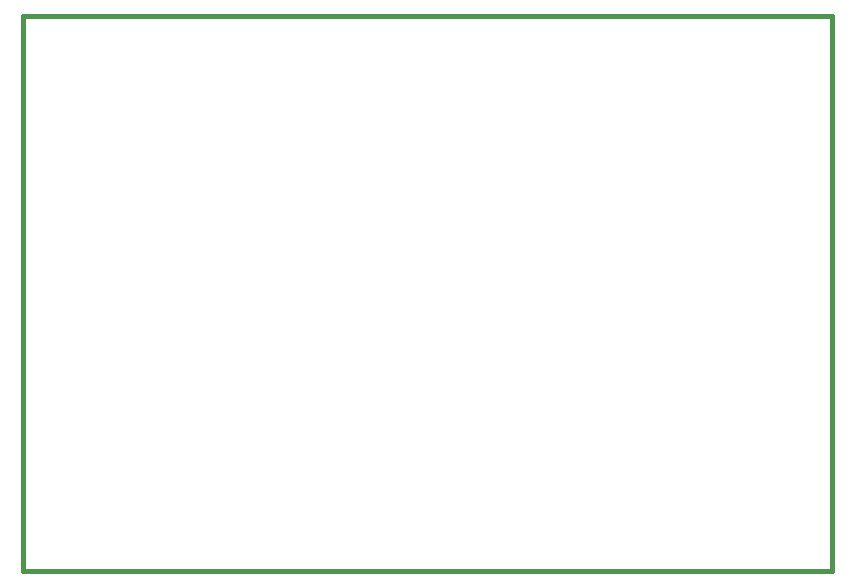
<source format=gbr>
G04 (created by PCBNEW (2013-feb-26)-stable) date Fri 29 Mar 2013 16:55:54 GMT*
%MOIN*%
G04 Gerber Fmt 3.4, Leading zero omitted, Abs format*
%FSLAX34Y34*%
G01*
G70*
G90*
G04 APERTURE LIST*
%ADD10C,2.3622e-06*%
%ADD11C,0.015*%
G04 APERTURE END LIST*
G54D10*
G54D11*
X17618Y-34547D02*
X44587Y-34547D01*
X44587Y-16043D02*
X17618Y-16043D01*
X44587Y-16043D02*
X44587Y-34547D01*
X17618Y-16043D02*
X17618Y-34547D01*
M02*

</source>
